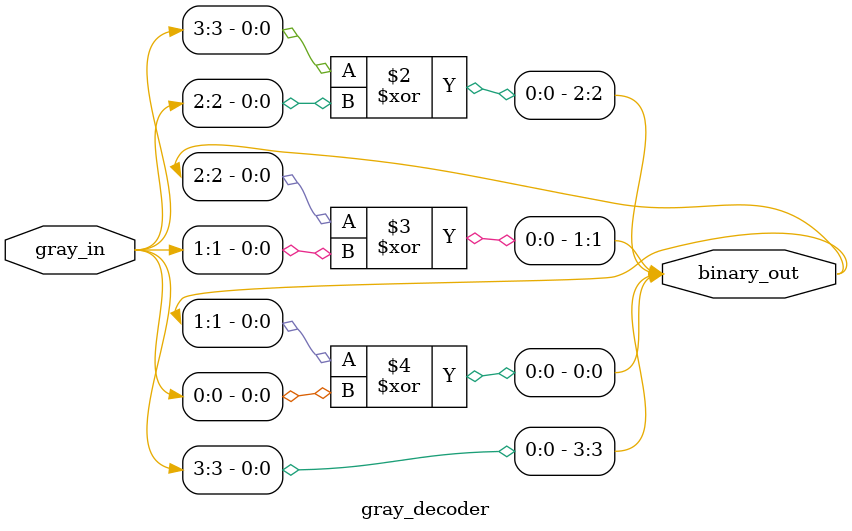
<source format=sv>
module gray_decoder(
    input [3:0] gray_in,
    output reg [3:0] binary_out
);
    always @(*) begin
        binary_out[3] = gray_in[3];
        binary_out[2] = binary_out[3] ^ gray_in[2];
        binary_out[1] = binary_out[2] ^ gray_in[1];
        binary_out[0] = binary_out[1] ^ gray_in[0];
    end
endmodule
</source>
